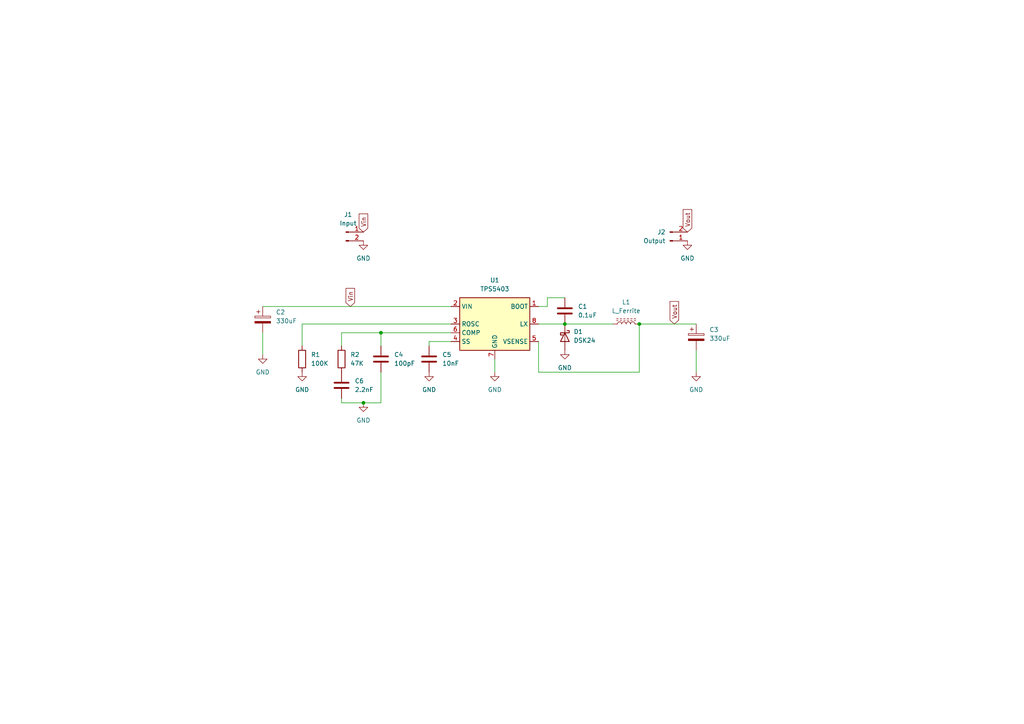
<source format=kicad_sch>
(kicad_sch (version 20211123) (generator eeschema)
  (paper "A4")
  (lib_symbols
    (symbol "Connector:Conn_01x02_Male" (pin_names (offset 1.016) hide)
      (property "Reference" "J" (at 0 2.54 0))
      (property "Value" "Conn_01x02_Male" (at 0 -5.08 0))
      (symbol "Conn_01x02_Male_1_1"
        (polyline (pts (xy 1.27 -2.54) (xy 0.8636 -2.54)) (stroke (width 0.1524)))
        (polyline (pts (xy 1.27 0) (xy 0.8636 0)) (stroke (width 0.1524)))
        (rectangle (start 0.8636 -2.413) (end 0 -2.667) (stroke (width 0.1524)) (fill (type outline)))
        (rectangle (start 0.8636 0.127) (end 0 -0.127) (stroke (width 0.1524)) (fill (type outline)))
        (pin passive line (at 5.08 0 180) (length 3.81) (name "Pin_1") (number "1"))
        (pin passive line (at 5.08 -2.54 180) (length 3.81) (name "Pin_2") (number "2"))
      )
    )
    (symbol "Device:C" (pin_numbers hide) (pin_names (offset 0.254))
      (property "Reference" "C" (at 0.635 2.54 0))
      (property "Value" "C" (at 0.635 -2.54 0))
      (symbol "C_0_1"
        (polyline (pts (xy -2.032 -0.762) (xy 2.032 -0.762)) (stroke (width 0.508)))
        (polyline (pts (xy -2.032 0.762) (xy 2.032 0.762)) (stroke (width 0.508)))
      )
      (symbol "C_1_1"
        (pin passive line (at 0 3.81 270) (length 2.794) (name "~") (number "1"))
        (pin passive line (at 0 -3.81 90) (length 2.794) (name "~") (number "2"))
      )
    )
    (symbol "Device:C_Polarized" (pin_numbers hide) (pin_names (offset 0.254))
      (property "Reference" "C" (at 0.635 2.54 0))
      (property "Value" "C_Polarized" (at 0.635 -2.54 0))
      (symbol "C_Polarized_0_1"
        (rectangle (start -2.286 0.508) (end 2.286 1.016))
        (polyline (pts (xy -1.778 2.286) (xy -0.762 2.286)))
        (polyline (pts (xy -1.27 2.794) (xy -1.27 1.778)))
        (rectangle (start 2.286 -0.508) (end -2.286 -1.016) (fill (type outline)))
      )
      (symbol "C_Polarized_1_1"
        (pin passive line (at 0 3.81 270) (length 2.794) (name "~") (number "1"))
        (pin passive line (at 0 -3.81 90) (length 2.794) (name "~") (number "2"))
      )
    )
    (symbol "Device:D_Schottky" (pin_numbers hide) (pin_names (offset 1.016) hide)
      (property "Reference" "D" (at 0 2.54 0))
      (property "Value" "D_Schottky" (at 0 -2.54 0))
      (symbol "D_Schottky_0_1"
        (polyline (pts (xy 1.27 0) (xy -1.27 0)))
        (polyline (pts (xy 1.27 1.27) (xy 1.27 -1.27) (xy -1.27 0) (xy 1.27 1.27)) (stroke (width 0.254)))
        (polyline (pts (xy -1.905 0.635) (xy -1.905 1.27) (xy -1.27 1.27) (xy -1.27 -1.27) (xy -0.635 -1.27) (xy -0.635 -0.635)) (stroke (width 0.254)))
      )
      (symbol "D_Schottky_1_1"
        (pin passive line (at -3.81 0 0) (length 2.54) (name "K") (number "1"))
        (pin passive line (at 3.81 0 180) (length 2.54) (name "A") (number "2"))
      )
    )
    (symbol "Device:L_Ferrite" (pin_numbers hide) (pin_names (offset 1.016) hide)
      (property "Reference" "L" (at -1.27 0 90))
      (property "Value" "L_Ferrite" (at 2.794 0 90))
      (symbol "L_Ferrite_0_1"
        (arc (start 0 -2.54) (mid 0.635 -1.905) (end 0 -1.27))
        (arc (start 0 -1.27) (mid 0.635 -0.635) (end 0 0))
        (polyline (pts (xy 1.016 -2.794) (xy 1.016 -2.286)))
        (polyline (pts (xy 1.016 -1.778) (xy 1.016 -1.27)))
        (polyline (pts (xy 1.016 -0.762) (xy 1.016 -0.254)))
        (polyline (pts (xy 1.016 0.254) (xy 1.016 0.762)))
        (polyline (pts (xy 1.016 1.27) (xy 1.016 1.778)))
        (polyline (pts (xy 1.016 2.286) (xy 1.016 2.794)))
        (polyline (pts (xy 1.524 -2.286) (xy 1.524 -2.794)))
        (polyline (pts (xy 1.524 -1.27) (xy 1.524 -1.778)))
        (polyline (pts (xy 1.524 -0.254) (xy 1.524 -0.762)))
        (polyline (pts (xy 1.524 0.762) (xy 1.524 0.254)))
        (polyline (pts (xy 1.524 1.778) (xy 1.524 1.27)))
        (polyline (pts (xy 1.524 2.794) (xy 1.524 2.286)))
        (arc (start 0 0) (mid 0.635 0.635) (end 0 1.27))
        (arc (start 0 1.27) (mid 0.635 1.905) (end 0 2.54))
      )
      (symbol "L_Ferrite_1_1"
        (pin passive line (at 0 3.81 270) (length 1.27) (name "1") (number "1"))
        (pin passive line (at 0 -3.81 90) (length 1.27) (name "2") (number "2"))
      )
    )
    (symbol "Device:R" (pin_numbers hide) (pin_names (offset 0))
      (property "Reference" "R" (at 2.032 0 90))
      (property "Value" "R" (at 0 0 90))
      (symbol "R_0_1"
        (rectangle (start -1.016 -2.54) (end 1.016 2.54) (stroke (width 0.254)))
      )
      (symbol "R_1_1"
        (pin passive line (at 0 3.81 270) (length 1.27) (name "~") (number "1"))
        (pin passive line (at 0 -3.81 90) (length 1.27) (name "~") (number "2"))
      )
    )
    (symbol "Regulator_Switching:TPS5403"
      (property "Reference" "U" (at 0 11.43 0))
      (property "Value" "TPS5403" (at 0 8.89 0))
      (symbol "TPS5403_1_1"
        (rectangle (start -10.16 7.62) (end 10.16 -7.62) (stroke (width 0.254)) (fill (type background)))
        (pin passive line (at 12.7 5.08 180) (length 2.54) (name "BOOT") (number "1"))
        (pin power_in line (at -12.7 5.08 0) (length 2.54) (name "VIN") (number "2"))
        (pin passive line (at -12.7 0 0) (length 2.54) (name "ROSC") (number "3"))
        (pin passive line (at -12.7 -5.08 0) (length 2.54) (name "SS") (number "4"))
        (pin input line (at 12.7 -5.08 180) (length 2.54) (name "VSENSE") (number "5"))
        (pin passive line (at -12.7 -2.54 0) (length 2.54) (name "COMP") (number "6"))
        (pin power_in line (at 0 -10.16 90) (length 2.54) (name "GND") (number "7"))
        (pin output line (at 12.7 0 180) (length 2.54) (name "LX") (number "8"))
      )
    )
    (symbol "power:GND" (power) (pin_names (offset 0))
      (property "Value" "GND" (at 0 -3.81 0))
      (symbol "GND_0_1"
        (polyline (pts (xy 0 0) (xy 0 -1.27) (xy 1.27 -1.27) (xy 0 -2.54) (xy -1.27 -1.27) (xy 0 -1.27)))
      )
      (symbol "GND_1_1"
        (pin power_in line (at 0 0 270) (length 0) hide (name "GND") (number "1"))
      )
    )
  )
  (junction (at 163.83 93.98))
  (junction (at 185.42 93.98))
  (junction (at 110.49 96.52))
  (junction (at 105.41 116.84))
  (wire (pts (xy 201.93 107.95) (xy 201.93 101.6)))
  (wire (pts (xy 110.49 96.52) (xy 99.06 96.52)))
  (wire (pts (xy 156.21 99.06) (xy 156.21 107.95)))
  (wire (pts (xy 99.06 116.84) (xy 105.41 116.84)))
  (wire (pts (xy 130.81 96.52) (xy 110.49 96.52)))
  (wire (pts (xy 110.49 107.95) (xy 110.49 116.84)))
  (wire (pts (xy 99.06 96.52) (xy 99.06 100.33)))
  (wire (pts (xy 143.51 107.95) (xy 143.51 104.14)))
  (wire (pts (xy 156.21 93.98) (xy 163.83 93.98)))
  (wire (pts (xy 156.21 88.9) (xy 158.75 88.9)))
  (wire (pts (xy 87.63 93.98) (xy 87.63 100.33)))
  (wire (pts (xy 76.2 88.9) (xy 130.81 88.9)))
  (wire (pts (xy 185.42 93.98) (xy 201.93 93.98)))
  (wire (pts (xy 110.49 116.84) (xy 105.41 116.84)))
  (wire (pts (xy 163.83 93.98) (xy 177.8 93.98)))
  (wire (pts (xy 158.75 88.9) (xy 158.75 86.36)))
  (wire (pts (xy 124.46 99.06) (xy 124.46 100.33)))
  (wire (pts (xy 185.42 107.95) (xy 185.42 93.98)))
  (wire (pts (xy 158.75 86.36) (xy 163.83 86.36)))
  (wire (pts (xy 156.21 107.95) (xy 185.42 107.95)))
  (wire (pts (xy 76.2 102.87) (xy 76.2 96.52)))
  (wire (pts (xy 130.81 93.98) (xy 87.63 93.98)))
  (wire (pts (xy 99.06 115.57) (xy 99.06 116.84)))
  (wire (pts (xy 110.49 96.52) (xy 110.49 100.33)))
  (wire (pts (xy 130.81 99.06) (xy 124.46 99.06)))
  (global_label "Vout" (shape input) (at 199.39 67.31 90) (property "Intersheet References" "${INTERSHEET_REFS}" (effects hide)))
  (global_label "Vin" (shape input) (at 105.41 67.31 90) (property "Intersheet References" "${INTERSHEET_REFS}" (effects hide)))
  (global_label "Vout" (shape input) (at 195.58 93.98 90) (property "Intersheet References" "${INTERSHEET_REFS}" (effects hide)))
  (global_label "Vin" (shape input) (at 101.6 88.9 90) (property "Intersheet References" "${INTERSHEET_REFS}" (effects hide)))
  (symbol (lib_id "power:GND") (at 76.2 102.87 0) (unit 1)
    (property "Reference" "#PWR0107" (effects hide))
    (property "Value" "GND" (at 76.2 107.95 0))
  )
  (symbol (lib_id "power:GND") (at 201.93 107.95 0) (unit 1)
    (property "Reference" "#PWR0102" (effects hide))
    (property "Value" "GND" (at 201.93 113.03 0))
  )
  (symbol (lib_id "Device:L_Ferrite") (at 181.61 93.98 90) (unit 1)
    (property "Reference" "L1" (at 181.61 87.63 90))
    (property "Value" "L_Ferrite" (at 181.61 90.17 90))
    (property "Footprint" "Inductor_THT:L_Radial_D6.0mm_P4.00mm" (effects hide))
  )
  (symbol (lib_id "power:GND") (at 199.39 69.85 0) (unit 1)
    (property "Reference" "#PWR0109" (effects hide))
    (property "Value" "GND" (at 199.39 74.93 0))
  )
  (symbol (lib_id "power:GND") (at 105.41 116.84 0) (unit 1)
    (property "Reference" "#PWR0105" (effects hide))
    (property "Value" "GND" (at 105.41 121.92 0))
  )
  (symbol (lib_id "power:GND") (at 143.51 107.95 0) (unit 1)
    (property "Reference" "#PWR0103" (effects hide))
    (property "Value" "GND" (at 143.51 113.03 0))
  )
  (symbol (lib_id "power:GND") (at 163.83 101.6 0) (unit 1)
    (property "Reference" "#PWR0101" (effects hide))
    (property "Value" "GND" (at 163.83 106.68 0))
  )
  (symbol (lib_id "Device:C_Polarized") (at 76.2 92.71 0) (unit 1)
    (property "Reference" "C2" (at 80.01 90.5509 0) (effects (justify left)))
    (property "Value" "330uF" (at 80.01 93.0909 0) (effects (justify left)))
    (property "Footprint" "Capacitor_SMD:CP_Elec_8x10" (effects hide))
    (property "LCSC" "C178599" (effects hide))
  )
  (symbol (lib_id "Device:C") (at 110.49 104.14 0) (unit 1)
    (property "Reference" "C4" (at 114.3 102.8699 0) (effects (justify left)))
    (property "Value" "100pF" (at 114.3 105.4099 0) (effects (justify left)))
    (property "Footprint" "Capacitor_SMD:C_0603_1608Metric_Pad1.08x0.95mm_HandSolder" (effects hide))
  )
  (symbol (lib_id "Device:C") (at 163.83 90.17 0) (unit 1)
    (property "Reference" "C1" (at 167.64 88.8999 0) (effects (justify left)))
    (property "Value" "0.1uF" (at 167.64 91.4399 0) (effects (justify left)))
    (property "Footprint" "Capacitor_SMD:C_0603_1608Metric_Pad1.08x0.95mm_HandSolder" (effects hide))
  )
  (symbol (lib_id "Device:R") (at 99.06 104.14 0) (unit 1)
    (property "Reference" "R2" (at 101.6 102.8699 0) (effects (justify left)))
    (property "Value" "47K" (at 101.6 105.4099 0) (effects (justify left)))
    (property "Footprint" "Resistor_SMD:R_0603_1608Metric_Pad0.98x0.95mm_HandSolder" (effects hide))
  )
  (symbol (lib_id "Device:D_Schottky") (at 163.83 97.79 270) (unit 1)
    (property "Reference" "D1" (at 166.37 96.2024 90) (effects (justify left)))
    (property "Value" "DSK24" (at 166.37 98.7424 90) (effects (justify left)))
    (property "Footprint" "Diode_SMD:D_SOD-123" (effects hide))
    (property "LCSC" "C908229" (effects hide))
  )
  (symbol (lib_id "Device:R") (at 87.63 104.14 0) (unit 1)
    (property "Reference" "R1" (at 90.17 102.8699 0) (effects (justify left)))
    (property "Value" "100K" (at 90.17 105.4099 0) (effects (justify left)))
    (property "Footprint" "Resistor_SMD:R_0603_1608Metric_Pad0.98x0.95mm_HandSolder" (effects hide))
  )
  (symbol (lib_id "power:GND") (at 105.41 69.85 0) (unit 1)
    (property "Reference" "#PWR0108" (effects hide))
    (property "Value" "GND" (at 105.41 74.93 0))
  )
  (symbol (lib_id "Device:C_Polarized") (at 201.93 97.79 0) (unit 1)
    (property "Reference" "C3" (at 205.74 95.6309 0) (effects (justify left)))
    (property "Value" "330uF" (at 205.74 98.1709 0) (effects (justify left)))
    (property "Footprint" "Capacitor_SMD:CP_Elec_8x10" (effects hide))
    (property "LCSC" "C178599" (effects hide))
  )
  (symbol (lib_id "power:GND") (at 124.46 107.95 0) (unit 1)
    (property "Reference" "#PWR0104" (effects hide))
    (property "Value" "GND" (at 124.46 113.03 0))
  )
  (symbol (lib_id "Connector:Conn_01x02_Male") (at 100.33 67.31 0) (unit 1)
    (property "Reference" "J1" (at 100.965 62.23 0))
    (property "Value" "Input" (at 100.965 64.77 0))
    (property "Footprint" "TerminalBlock_4Ucon:TerminalBlock_4Ucon_1x02_P3.50mm_Horizontal" (effects hide))
    (property "LCSC" "C784940" (effects hide))
  )
  (symbol (lib_id "power:GND") (at 87.63 107.95 0) (unit 1)
    (property "Reference" "#PWR0106" (effects hide))
    (property "Value" "GND" (at 87.63 113.03 0))
  )
  (symbol (lib_id "Connector:Conn_01x02_Male") (at 194.31 69.85 0) (mirror x) (unit 1)
    (property "Reference" "J2" (at 193.04 67.3099 0) (effects (justify right)))
    (property "Value" "Output" (at 193.04 69.8499 0) (effects (justify right)))
    (property "Footprint" "TerminalBlock_4Ucon:TerminalBlock_4Ucon_1x02_P3.50mm_Horizontal" (effects hide))
    (property "LCSC" "C784940" (effects hide))
  )
  (symbol (lib_id "Device:C") (at 99.06 111.76 0) (unit 1)
    (property "Reference" "C6" (at 102.87 110.4899 0) (effects (justify left)))
    (property "Value" "2.2nF" (at 102.87 113.0299 0) (effects (justify left)))
    (property "Footprint" "Capacitor_SMD:C_0603_1608Metric_Pad1.08x0.95mm_HandSolder" (effects hide))
  )
  (symbol (lib_id "Device:C") (at 124.46 104.14 0) (unit 1)
    (property "Reference" "C5" (at 128.27 102.8699 0) (effects (justify left)))
    (property "Value" "10nF" (at 128.27 105.4099 0) (effects (justify left)))
    (property "Footprint" "Capacitor_SMD:C_0603_1608Metric_Pad1.08x0.95mm_HandSolder" (effects hide))
  )
  (symbol (lib_id "Regulator_Switching:TPS5403") (at 143.51 93.98 0) (unit 1)
    (property "Reference" "U1" (at 143.51 81.28 0))
    (property "Value" "TPS5403" (at 143.51 83.82 0))
    (property "Footprint" "Package_SO:SOIC-8_3.9x4.9mm_P1.27mm" (effects hide))
    (property "Datasheet" "https://www.ti.com/lit/ds/symlink/tps5403.pdf" (effects hide))
  )
)
</source>
